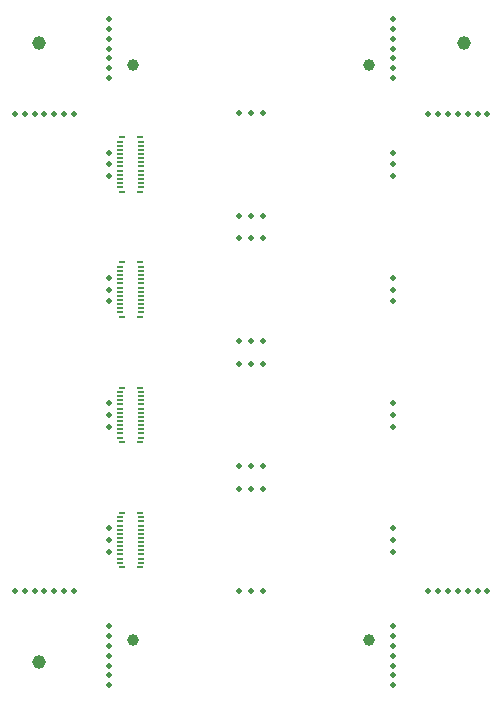
<source format=gbs>
G04 #@! TF.GenerationSoftware,KiCad,Pcbnew,9.0.0*
G04 #@! TF.CreationDate,2025-02-22T22:51:47-05:00*
G04 #@! TF.ProjectId,panel,70616e65-6c2e-46b6-9963-61645f706362,v0.1.1*
G04 #@! TF.SameCoordinates,Original*
G04 #@! TF.FileFunction,Soldermask,Bot*
G04 #@! TF.FilePolarity,Negative*
%FSLAX46Y46*%
G04 Gerber Fmt 4.6, Leading zero omitted, Abs format (unit mm)*
G04 Created by KiCad (PCBNEW 9.0.0) date 2025-02-22 22:51:47*
%MOMM*%
%LPD*%
G01*
G04 APERTURE LIST*
%ADD10C,0.500000*%
%ADD11C,1.152000*%
%ADD12R,0.490000X0.180000*%
%ADD13R,0.540000X0.230000*%
%ADD14C,1.000000*%
G04 APERTURE END LIST*
D10*
G04 #@! TO.C,KiKit_MB_16_2*
X20000000Y-48430000D03*
G04 #@! TD*
G04 #@! TO.C,KiKit_MB_19_3*
X8000000Y-53066666D03*
G04 #@! TD*
G04 #@! TO.C,KiKit_MB_7_2*
X20000000Y-18570000D03*
G04 #@! TD*
G04 #@! TO.C,KiKit_MB_20_6*
X32000000Y-55566666D03*
G04 #@! TD*
G04 #@! TO.C,KiKit_MB_15_3*
X21000000Y-39770000D03*
G04 #@! TD*
G04 #@! TO.C,KiKit_MB_23_6*
X39166666Y-8000000D03*
G04 #@! TD*
G04 #@! TO.C,KiKit_MB_9_2*
X7970000Y-33500000D03*
G04 #@! TD*
G04 #@! TO.C,KiKit_MB_24_3*
X36666666Y-48400000D03*
G04 #@! TD*
G04 #@! TO.C,KiKit_MB_14_3*
X32030000Y-45100000D03*
G04 #@! TD*
G04 #@! TO.C,KiKit_MB_9_1*
X7970000Y-34500000D03*
G04 #@! TD*
G04 #@! TO.C,KiKit_MB_4_3*
X19000000Y-16630000D03*
G04 #@! TD*
G04 #@! TO.C,KiKit_MB_19_4*
X8000000Y-53900000D03*
G04 #@! TD*
G04 #@! TO.C,KiKit_MB_17_3*
X8000000Y-1666667D03*
G04 #@! TD*
G04 #@! TO.C,KiKit_MB_23_4*
X37500000Y-8000000D03*
G04 #@! TD*
G04 #@! TO.C,KiKit_MB_19_1*
X8000000Y-51400000D03*
G04 #@! TD*
G04 #@! TO.C,KiKit_MB_1_1*
X7970000Y-13300000D03*
G04 #@! TD*
G04 #@! TO.C,KiKit_MB_24_4*
X37500000Y-48400000D03*
G04 #@! TD*
G04 #@! TO.C,KiKit_MB_12_1*
X21000000Y-37830000D03*
G04 #@! TD*
G04 #@! TO.C,KiKit_MB_6_3*
X32030000Y-23900000D03*
G04 #@! TD*
G04 #@! TO.C,KiKit_MB_11_3*
X21000000Y-29170000D03*
G04 #@! TD*
G04 #@! TO.C,KiKit_MB_20_1*
X32000000Y-51400000D03*
G04 #@! TD*
G04 #@! TO.C,KiKit_MB_6_2*
X32030000Y-22900000D03*
G04 #@! TD*
G04 #@! TO.C,KiKit_MB_21_1*
X0Y-8000000D03*
G04 #@! TD*
G04 #@! TO.C,KiKit_MB_18_5*
X32000000Y-3333334D03*
G04 #@! TD*
G04 #@! TO.C,KiKit_MB_5_1*
X7970000Y-23900000D03*
G04 #@! TD*
G04 #@! TO.C,KiKit_MB_2_1*
X32030000Y-11300000D03*
G04 #@! TD*
G04 #@! TO.C,KiKit_MB_23_2*
X35833333Y-8000000D03*
G04 #@! TD*
G04 #@! TO.C,KiKit_MB_6_1*
X32030000Y-21900000D03*
G04 #@! TD*
G04 #@! TO.C,KiKit_MB_18_4*
X32000000Y-2500000D03*
G04 #@! TD*
G04 #@! TO.C,KiKit_MB_24_7*
X40000000Y-48400000D03*
G04 #@! TD*
G04 #@! TO.C,KiKit_MB_12_3*
X19000000Y-37830000D03*
G04 #@! TD*
G04 #@! TO.C,KiKit_MB_3_2*
X20000000Y-7970000D03*
G04 #@! TD*
G04 #@! TO.C,KiKit_MB_1_3*
X7970000Y-11300000D03*
G04 #@! TD*
G04 #@! TO.C,KiKit_MB_13_1*
X7970000Y-45100000D03*
G04 #@! TD*
G04 #@! TO.C,KiKit_MB_1_2*
X7970000Y-12300000D03*
G04 #@! TD*
G04 #@! TO.C,KiKit_MB_18_2*
X32000000Y-833334D03*
G04 #@! TD*
G04 #@! TO.C,KiKit_MB_22_4*
X2500000Y-48400000D03*
G04 #@! TD*
G04 #@! TO.C,KiKit_MB_12_2*
X20000000Y-37830000D03*
G04 #@! TD*
G04 #@! TO.C,KiKit_MB_2_3*
X32030000Y-13300000D03*
G04 #@! TD*
G04 #@! TO.C,KiKit_MB_7_1*
X19000000Y-18570000D03*
G04 #@! TD*
G04 #@! TO.C,KiKit_MB_17_1*
X8000000Y0D03*
G04 #@! TD*
G04 #@! TO.C,KiKit_MB_23_3*
X36666666Y-8000000D03*
G04 #@! TD*
G04 #@! TO.C,KiKit_MB_21_4*
X2500000Y-8000000D03*
G04 #@! TD*
G04 #@! TO.C,KiKit_MB_11_1*
X19000000Y-29170000D03*
G04 #@! TD*
G04 #@! TO.C,KiKit_MB_22_7*
X5000000Y-48400000D03*
G04 #@! TD*
G04 #@! TO.C,KiKit_MB_16_1*
X21000000Y-48430000D03*
G04 #@! TD*
G04 #@! TO.C,KiKit_MB_23_1*
X35000000Y-8000000D03*
G04 #@! TD*
G04 #@! TO.C,KiKit_MB_22_1*
X0Y-48400000D03*
G04 #@! TD*
G04 #@! TO.C,KiKit_MB_14_2*
X32030000Y-44100000D03*
G04 #@! TD*
G04 #@! TO.C,KiKit_MB_22_6*
X4166667Y-48400000D03*
G04 #@! TD*
G04 #@! TO.C,KiKit_MB_3_1*
X19000000Y-7970000D03*
G04 #@! TD*
G04 #@! TO.C,KiKit_MB_13_3*
X7970000Y-43100000D03*
G04 #@! TD*
G04 #@! TO.C,KiKit_MB_19_7*
X8000000Y-56400000D03*
G04 #@! TD*
G04 #@! TO.C,KiKit_MB_22_3*
X1666667Y-48400000D03*
G04 #@! TD*
G04 #@! TO.C,KiKit_MB_21_5*
X3333334Y-8000000D03*
G04 #@! TD*
G04 #@! TO.C,KiKit_MB_18_7*
X32000000Y-5000000D03*
G04 #@! TD*
G04 #@! TO.C,KiKit_MB_21_6*
X4166667Y-8000000D03*
G04 #@! TD*
G04 #@! TO.C,KiKit_MB_14_1*
X32030000Y-43100000D03*
G04 #@! TD*
G04 #@! TO.C,KiKit_MB_9_3*
X7970000Y-32500000D03*
G04 #@! TD*
G04 #@! TO.C,KiKit_MB_24_1*
X35000000Y-48400000D03*
G04 #@! TD*
G04 #@! TO.C,KiKit_MB_16_3*
X19000000Y-48430000D03*
G04 #@! TD*
G04 #@! TO.C,KiKit_MB_10_1*
X32030000Y-32500000D03*
G04 #@! TD*
G04 #@! TO.C,KiKit_MB_20_7*
X32000000Y-56400000D03*
G04 #@! TD*
G04 #@! TO.C,KiKit_MB_4_2*
X20000000Y-16630000D03*
G04 #@! TD*
G04 #@! TO.C,KiKit_MB_19_2*
X8000000Y-52233333D03*
G04 #@! TD*
G04 #@! TO.C,KiKit_MB_23_7*
X40000000Y-8000000D03*
G04 #@! TD*
G04 #@! TO.C,KiKit_MB_21_7*
X5000000Y-8000000D03*
G04 #@! TD*
G04 #@! TO.C,KiKit_MB_20_5*
X32000000Y-54733333D03*
G04 #@! TD*
G04 #@! TO.C,KiKit_MB_20_3*
X32000000Y-53066666D03*
G04 #@! TD*
G04 #@! TO.C,KiKit_MB_7_3*
X21000000Y-18570000D03*
G04 #@! TD*
G04 #@! TO.C,KiKit_MB_10_3*
X32030000Y-34500000D03*
G04 #@! TD*
G04 #@! TO.C,KiKit_MB_17_6*
X8000000Y-4166667D03*
G04 #@! TD*
G04 #@! TO.C,KiKit_MB_11_2*
X20000000Y-29170000D03*
G04 #@! TD*
G04 #@! TO.C,KiKit_MB_15_1*
X19000000Y-39770000D03*
G04 #@! TD*
D11*
G04 #@! TO.C,KiKit_TO_1*
X2000000Y-2000000D03*
G04 #@! TD*
D10*
G04 #@! TO.C,KiKit_MB_24_6*
X39166666Y-48400000D03*
G04 #@! TD*
G04 #@! TO.C,KiKit_MB_24_5*
X38333333Y-48400000D03*
G04 #@! TD*
G04 #@! TO.C,KiKit_MB_23_5*
X38333333Y-8000000D03*
G04 #@! TD*
G04 #@! TO.C,KiKit_MB_20_4*
X32000000Y-53900000D03*
G04 #@! TD*
G04 #@! TO.C,KiKit_MB_15_2*
X20000000Y-39770000D03*
G04 #@! TD*
G04 #@! TO.C,KiKit_MB_21_2*
X833334Y-8000000D03*
G04 #@! TD*
G04 #@! TO.C,KiKit_MB_10_2*
X32030000Y-33500000D03*
G04 #@! TD*
G04 #@! TO.C,KiKit_MB_2_2*
X32030000Y-12300000D03*
G04 #@! TD*
G04 #@! TO.C,KiKit_MB_18_6*
X32000000Y-4166667D03*
G04 #@! TD*
G04 #@! TO.C,KiKit_MB_3_3*
X21000000Y-7970000D03*
G04 #@! TD*
G04 #@! TO.C,KiKit_MB_18_3*
X32000000Y-1666667D03*
G04 #@! TD*
G04 #@! TO.C,KiKit_MB_24_2*
X35833333Y-48400000D03*
G04 #@! TD*
G04 #@! TO.C,KiKit_MB_22_2*
X833334Y-48400000D03*
G04 #@! TD*
G04 #@! TO.C,KiKit_MB_13_2*
X7970000Y-44100000D03*
G04 #@! TD*
G04 #@! TO.C,KiKit_MB_5_3*
X7970000Y-21900000D03*
G04 #@! TD*
D11*
G04 #@! TO.C,KiKit_TO_2*
X38000000Y-2000000D03*
G04 #@! TD*
D10*
G04 #@! TO.C,KiKit_MB_20_2*
X32000000Y-52233333D03*
G04 #@! TD*
G04 #@! TO.C,KiKit_MB_17_4*
X8000000Y-2500000D03*
G04 #@! TD*
G04 #@! TO.C,KiKit_MB_17_5*
X8000000Y-3333334D03*
G04 #@! TD*
G04 #@! TO.C,KiKit_MB_8_3*
X19000000Y-27230000D03*
G04 #@! TD*
G04 #@! TO.C,KiKit_MB_17_7*
X8000000Y-5000000D03*
G04 #@! TD*
G04 #@! TO.C,KiKit_MB_18_1*
X32000000Y0D03*
G04 #@! TD*
G04 #@! TO.C,KiKit_MB_21_3*
X1666667Y-8000000D03*
G04 #@! TD*
G04 #@! TO.C,KiKit_MB_4_1*
X21000000Y-16630000D03*
G04 #@! TD*
G04 #@! TO.C,KiKit_MB_19_6*
X8000000Y-55566666D03*
G04 #@! TD*
G04 #@! TO.C,KiKit_MB_19_5*
X8000000Y-54733333D03*
G04 #@! TD*
G04 #@! TO.C,KiKit_MB_8_1*
X21000000Y-27230000D03*
G04 #@! TD*
G04 #@! TO.C,KiKit_MB_17_2*
X8000000Y-833334D03*
G04 #@! TD*
G04 #@! TO.C,KiKit_MB_8_2*
X20000000Y-27230000D03*
G04 #@! TD*
G04 #@! TO.C,KiKit_MB_5_2*
X7970000Y-22900000D03*
G04 #@! TD*
D11*
G04 #@! TO.C,KiKit_TO_3*
X2000000Y-54400000D03*
G04 #@! TD*
D10*
G04 #@! TO.C,KiKit_MB_22_5*
X3333334Y-48400000D03*
G04 #@! TD*
D12*
G04 #@! TO.C,J1*
X10710000Y-14230000D03*
X10710000Y-13880000D03*
X10710000Y-13530000D03*
X10710000Y-13180000D03*
X10710000Y-12830000D03*
X10710000Y-12480000D03*
X10710000Y-12130000D03*
X10710000Y-11780000D03*
X10710000Y-11430000D03*
X10710000Y-11080000D03*
X10710000Y-10730000D03*
X10710000Y-10380000D03*
X8890000Y-10380000D03*
X8890000Y-10730000D03*
X8890000Y-11080000D03*
X8890000Y-11430000D03*
X8890000Y-11780000D03*
X8890000Y-12130000D03*
X8890000Y-12480000D03*
X8890000Y-12830000D03*
X8890000Y-13180000D03*
X8890000Y-13530000D03*
X8890000Y-13880000D03*
X8890000Y-14230000D03*
D13*
X10570000Y-14600000D03*
X9030000Y-14600000D03*
X10570000Y-10000000D03*
X9030000Y-10000000D03*
G04 #@! TD*
D12*
G04 #@! TO.C,J1*
X10710000Y-46030000D03*
X10710000Y-45680000D03*
X10710000Y-45330000D03*
X10710000Y-44980000D03*
X10710000Y-44630000D03*
X10710000Y-44280000D03*
X10710000Y-43930000D03*
X10710000Y-43580000D03*
X10710000Y-43230000D03*
X10710000Y-42880000D03*
X10710000Y-42530000D03*
X10710000Y-42180000D03*
X8890000Y-42180000D03*
X8890000Y-42530000D03*
X8890000Y-42880000D03*
X8890000Y-43230000D03*
X8890000Y-43580000D03*
X8890000Y-43930000D03*
X8890000Y-44280000D03*
X8890000Y-44630000D03*
X8890000Y-44980000D03*
X8890000Y-45330000D03*
X8890000Y-45680000D03*
X8890000Y-46030000D03*
D13*
X10570000Y-46400000D03*
X9030000Y-46400000D03*
X10570000Y-41800000D03*
X9030000Y-41800000D03*
G04 #@! TD*
D14*
G04 #@! TO.C,KiKit_FID_B_3*
X10000000Y-52550000D03*
G04 #@! TD*
D12*
G04 #@! TO.C,J1*
X10710000Y-35430000D03*
X10710000Y-35080000D03*
X10710000Y-34730000D03*
X10710000Y-34380000D03*
X10710000Y-34030000D03*
X10710000Y-33680000D03*
X10710000Y-33330000D03*
X10710000Y-32980000D03*
X10710000Y-32630000D03*
X10710000Y-32280000D03*
X10710000Y-31930000D03*
X10710000Y-31580000D03*
X8890000Y-31580000D03*
X8890000Y-31930000D03*
X8890000Y-32280000D03*
X8890000Y-32630000D03*
X8890000Y-32980000D03*
X8890000Y-33330000D03*
X8890000Y-33680000D03*
X8890000Y-34030000D03*
X8890000Y-34380000D03*
X8890000Y-34730000D03*
X8890000Y-35080000D03*
X8890000Y-35430000D03*
D13*
X10570000Y-35800000D03*
X9030000Y-35800000D03*
X10570000Y-31200000D03*
X9030000Y-31200000D03*
G04 #@! TD*
D14*
G04 #@! TO.C,KiKit_FID_B_1*
X10000000Y-3850000D03*
G04 #@! TD*
G04 #@! TO.C,KiKit_FID_B_2*
X30000000Y-3850000D03*
G04 #@! TD*
G04 #@! TO.C,KiKit_FID_B_4*
X30000000Y-52550000D03*
G04 #@! TD*
D12*
G04 #@! TO.C,J1*
X10710000Y-24830000D03*
X10710000Y-24480000D03*
X10710000Y-24130000D03*
X10710000Y-23780000D03*
X10710000Y-23430000D03*
X10710000Y-23080000D03*
X10710000Y-22730000D03*
X10710000Y-22380000D03*
X10710000Y-22030000D03*
X10710000Y-21680000D03*
X10710000Y-21330000D03*
X10710000Y-20980000D03*
X8890000Y-20980000D03*
X8890000Y-21330000D03*
X8890000Y-21680000D03*
X8890000Y-22030000D03*
X8890000Y-22380000D03*
X8890000Y-22730000D03*
X8890000Y-23080000D03*
X8890000Y-23430000D03*
X8890000Y-23780000D03*
X8890000Y-24130000D03*
X8890000Y-24480000D03*
X8890000Y-24830000D03*
D13*
X10570000Y-25200000D03*
X9030000Y-25200000D03*
X10570000Y-20600000D03*
X9030000Y-20600000D03*
G04 #@! TD*
M02*

</source>
